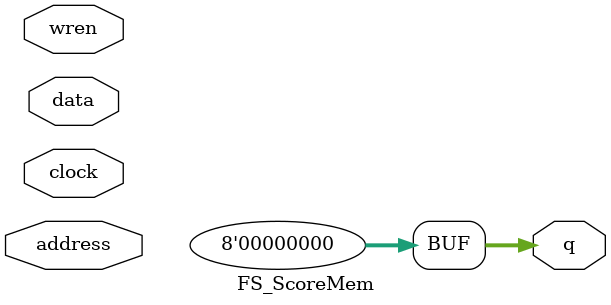
<source format=v>
module FS_ScoreMem(	// file.cleaned.mlir:2:3
  input  [14:0] address,	// file.cleaned.mlir:2:29
  input         clock,	// file.cleaned.mlir:2:48
  input  [7:0]  data,	// file.cleaned.mlir:2:64
  input         wren,	// file.cleaned.mlir:2:79
  output [7:0]  q	// file.cleaned.mlir:2:95
);

  assign q = 8'h0;	// file.cleaned.mlir:3:14, :4:5
endmodule


</source>
